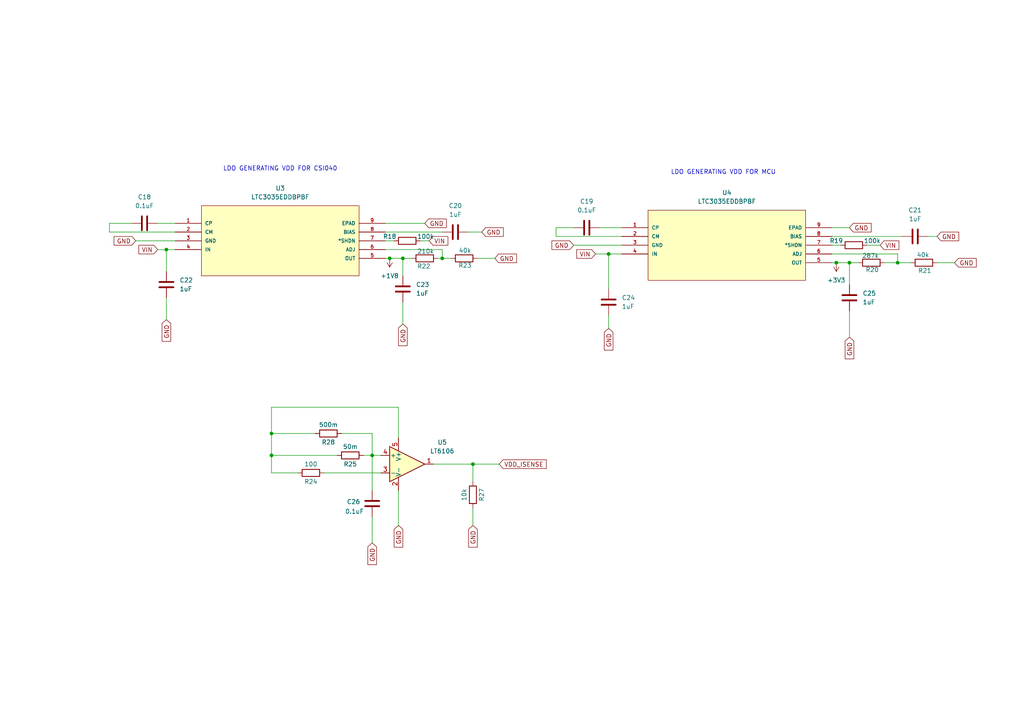
<source format=kicad_sch>
(kicad_sch (version 20231120) (generator "eeschema") (generator_version "8.0")
  (paper "A4")
  (lib_symbols
    (symbol "Amplifier_Current:LT6106" (pin_names (offset 0.127))
      (property "Reference" "U" (at 1.27 5.08 0))
      (property "Value" "LT6106" (at 0 -5.08 0))
      (symbol "LT6106_0_1"
        (polyline (pts (xy -5.08 5.08) (xy 5.08 0) (xy -5.08 -5.08) (xy -5.08 5.08)) (stroke (width 0.254)) (fill (type background)))
      )
      (symbol "LT6106_1_1"
        (pin open_collector line (at 7.62 0 180) (length 2.54) (name "~") (number "1"))
        (pin power_in line (at -2.54 -7.62 90) (length 3.81) (name "V-") (number "2"))
        (pin input line (at -7.62 -2.54 0) (length 2.54) (name "-") (number "3"))
        (pin input line (at -7.62 2.54 0) (length 2.54) (name "+") (number "4"))
        (pin power_in line (at -2.54 7.62 270) (length 3.81) (name "V+") (number "5"))
      )
    )
    (symbol "Device:C" (pin_numbers hide) (pin_names (offset 0.254))
      (property "Reference" "C" (at 0.635 2.54 0))
      (property "Value" "C" (at 0.635 -2.54 0))
      (symbol "C_0_1"
        (polyline (pts (xy -2.032 -0.762) (xy 2.032 -0.762)) (stroke (width 0.508)))
        (polyline (pts (xy -2.032 0.762) (xy 2.032 0.762)) (stroke (width 0.508)))
      )
      (symbol "C_1_1"
        (pin passive line (at 0 3.81 270) (length 2.794) (name "~") (number "1"))
        (pin passive line (at 0 -3.81 90) (length 2.794) (name "~") (number "2"))
      )
    )
    (symbol "Device:R" (pin_numbers hide) (pin_names (offset 0))
      (property "Reference" "R" (at 2.032 0 90))
      (property "Value" "R" (at 0 0 90))
      (symbol "R_0_1"
        (rectangle (start -1.016 -2.54) (end 1.016 2.54) (stroke (width 0.254)))
      )
      (symbol "R_1_1"
        (pin passive line (at 0 3.81 270) (length 1.27) (name "~") (number "1"))
        (pin passive line (at 0 -3.81 90) (length 1.27) (name "~") (number "2"))
      )
    )
    (symbol "LTC3035EDDBPBF:LTC3035EDDBPBF" (pin_names (offset 1.016))
      (property "Reference" "U" (at 25.7556 9.1186 0))
      (property "Value" "LTC3035EDDBPBF" (at 25.1206 6.5786 0))
      (symbol "LTC3035EDDBPBF_0_0"
        (rectangle (start 7.62 -15.24) (end 53.34 5.08) (stroke (width 0.1524)) (fill (type background)))
        (pin passive line (at 0 0 0) (length 7.62) (name "CP") (number "1"))
        (pin passive line (at 0 -2.54 0) (length 7.62) (name "CM") (number "2"))
        (pin power_in line (at 0 -5.08 0) (length 7.62) (name "GND") (number "3"))
        (pin input line (at 0 -7.62 0) (length 7.62) (name "IN") (number "4"))
        (pin output line (at 60.96 -10.16 180) (length 7.62) (name "OUT") (number "5"))
        (pin input line (at 60.96 -7.62 180) (length 7.62) (name "ADJ") (number "6"))
        (pin input line (at 60.96 -5.08 180) (length 7.62) (name "*SHDN") (number "7"))
        (pin output line (at 60.96 -2.54 180) (length 7.62) (name "BIAS") (number "8"))
        (pin passive line (at 60.96 0 180) (length 7.62) (name "EPAD") (number "9"))
      )
    )
    (symbol "power:+1V8" (power) (pin_numbers hide) (pin_names (offset 0) hide)
      (property "Value" "+1V8" (at 0 3.556 0))
      (symbol "+1V8_0_1"
        (polyline (pts (xy -0.762 1.27) (xy 0 2.54)))
        (polyline (pts (xy 0 0) (xy 0 2.54)))
        (polyline (pts (xy 0 2.54) (xy 0.762 1.27)))
      )
      (symbol "+1V8_1_1"
        (pin power_in line (at 0 0 90) (length 0) (name "~") (number "1"))
      )
    )
    (symbol "power:+3V3" (power) (pin_numbers hide) (pin_names (offset 0) hide)
      (property "Value" "+3V3" (at 0 3.556 0))
      (symbol "+3V3_0_1"
        (polyline (pts (xy -0.762 1.27) (xy 0 2.54)))
        (polyline (pts (xy 0 0) (xy 0 2.54)))
        (polyline (pts (xy 0 2.54) (xy 0.762 1.27)))
      )
      (symbol "+3V3_1_1"
        (pin power_in line (at 0 0 90) (length 0) (name "~") (number "1"))
      )
    )
  )
  (junction (at 78.74 132.08))
  (junction (at 128.27 74.93))
  (junction (at 137.16 134.62))
  (junction (at 116.84 74.93))
  (junction (at 246.38 76.2))
  (junction (at 107.95 132.08))
  (junction (at 78.74 125.73))
  (junction (at 242.57 76.2))
  (junction (at 176.53 73.66))
  (junction (at 113.03 74.93))
  (junction (at 260.35 76.2))
  (junction (at 48.26 72.39))
  (wire (pts (xy 113.03 74.93) (xy 111.76 74.93)))
  (wire (pts (xy 172.72 73.66) (xy 176.53 73.66)))
  (wire (pts (xy 45.72 72.39) (xy 48.26 72.39)))
  (wire (pts (xy 242.57 76.2) (xy 246.38 76.2)))
  (wire (pts (xy 78.74 118.11) (xy 78.74 125.73)))
  (wire (pts (xy 251.46 71.12) (xy 255.27 71.12)))
  (wire (pts (xy 166.37 66.04) (xy 161.29 66.04)))
  (wire (pts (xy 256.54 76.2) (xy 260.35 76.2)))
  (wire (pts (xy 107.95 149.86) (xy 107.95 157.48)))
  (wire (pts (xy 260.35 73.66) (xy 260.35 76.2)))
  (wire (pts (xy 241.3 76.2) (xy 242.57 76.2)))
  (wire (pts (xy 78.74 132.08) (xy 78.74 125.73)))
  (wire (pts (xy 111.76 72.39) (xy 128.27 72.39)))
  (wire (pts (xy 48.26 72.39) (xy 48.26 78.74)))
  (wire (pts (xy 246.38 90.17) (xy 246.38 97.79)))
  (wire (pts (xy 116.84 74.93) (xy 116.84 80.01)))
  (wire (pts (xy 38.1 64.77) (xy 31.75 64.77)))
  (wire (pts (xy 116.84 87.63) (xy 116.84 93.98)))
  (wire (pts (xy 176.53 73.66) (xy 180.34 73.66)))
  (wire (pts (xy 116.84 74.93) (xy 119.38 74.93)))
  (wire (pts (xy 271.78 76.2) (xy 276.86 76.2)))
  (wire (pts (xy 115.57 118.11) (xy 115.57 127)))
  (wire (pts (xy 78.74 137.16) (xy 78.74 132.08)))
  (wire (pts (xy 269.24 68.58) (xy 271.78 68.58)))
  (wire (pts (xy 241.3 68.58) (xy 261.62 68.58)))
  (wire (pts (xy 241.3 66.04) (xy 246.38 66.04)))
  (wire (pts (xy 173.99 66.04) (xy 180.34 66.04)))
  (wire (pts (xy 125.73 134.62) (xy 137.16 134.62)))
  (wire (pts (xy 93.98 137.16) (xy 110.49 137.16)))
  (wire (pts (xy 86.36 137.16) (xy 78.74 137.16)))
  (wire (pts (xy 128.27 74.93) (xy 130.81 74.93)))
  (wire (pts (xy 45.72 64.77) (xy 50.8 64.77)))
  (wire (pts (xy 241.3 73.66) (xy 260.35 73.66)))
  (wire (pts (xy 260.35 76.2) (xy 264.16 76.2)))
  (wire (pts (xy 107.95 132.08) (xy 107.95 142.24)))
  (wire (pts (xy 78.74 125.73) (xy 91.44 125.73)))
  (wire (pts (xy 166.37 71.12) (xy 180.34 71.12)))
  (wire (pts (xy 161.29 68.58) (xy 180.34 68.58)))
  (wire (pts (xy 176.53 91.44) (xy 176.53 95.25)))
  (wire (pts (xy 48.26 86.36) (xy 48.26 92.71)))
  (wire (pts (xy 31.75 64.77) (xy 31.75 67.31)))
  (wire (pts (xy 111.76 67.31) (xy 128.27 67.31)))
  (wire (pts (xy 241.3 71.12) (xy 243.84 71.12)))
  (wire (pts (xy 115.57 142.24) (xy 115.57 152.4)))
  (wire (pts (xy 111.76 64.77) (xy 123.19 64.77)))
  (wire (pts (xy 121.92 69.85) (xy 124.46 69.85)))
  (wire (pts (xy 161.29 66.04) (xy 161.29 68.58)))
  (wire (pts (xy 137.16 134.62) (xy 144.78 134.62)))
  (wire (pts (xy 107.95 132.08) (xy 110.49 132.08)))
  (wire (pts (xy 176.53 83.82) (xy 176.53 73.66)))
  (wire (pts (xy 39.37 69.85) (xy 50.8 69.85)))
  (wire (pts (xy 138.43 74.93) (xy 143.51 74.93)))
  (wire (pts (xy 48.26 72.39) (xy 50.8 72.39)))
  (wire (pts (xy 99.06 125.73) (xy 107.95 125.73)))
  (wire (pts (xy 137.16 134.62) (xy 137.16 139.7)))
  (wire (pts (xy 128.27 72.39) (xy 128.27 74.93)))
  (wire (pts (xy 135.89 67.31) (xy 139.7 67.31)))
  (wire (pts (xy 107.95 125.73) (xy 107.95 132.08)))
  (wire (pts (xy 78.74 132.08) (xy 97.79 132.08)))
  (wire (pts (xy 31.75 67.31) (xy 50.8 67.31)))
  (wire (pts (xy 113.03 74.93) (xy 116.84 74.93)))
  (wire (pts (xy 127 74.93) (xy 128.27 74.93)))
  (wire (pts (xy 137.16 147.32) (xy 137.16 152.4)))
  (wire (pts (xy 246.38 76.2) (xy 248.92 76.2)))
  (wire (pts (xy 111.76 69.85) (xy 114.3 69.85)))
  (wire (pts (xy 78.74 118.11) (xy 115.57 118.11)))
  (wire (pts (xy 105.41 132.08) (xy 107.95 132.08)))
  (wire (pts (xy 246.38 76.2) (xy 246.38 82.55)))
  (text "LDO GENERATING VDD FOR MCU" (at 209.804 50.038 0) (effects (font (size 1.27 1.27))))
  (text "LDO GENERATING VDD FOR CSI040" (at 81.28 49.022 0) (effects (font (size 1.27 1.27))))
  (global_label "VIN" (shape input) (at 255.27 71.12 0) (property "Intersheetrefs" "${INTERSHEET_REFS}" (effects (hide yes))))
  (global_label "GND" (shape input) (at 48.26 92.71 270) (property "Intersheetrefs" "${INTERSHEET_REFS}" (effects (hide yes))))
  (global_label "GND" (shape input) (at 276.86 76.2 0) (property "Intersheetrefs" "${INTERSHEET_REFS}" (effects (hide yes))))
  (global_label "GND" (shape input) (at 143.51 74.93 0) (property "Intersheetrefs" "${INTERSHEET_REFS}" (effects (hide yes))))
  (global_label "GND" (shape input) (at 115.57 152.4 270) (property "Intersheetrefs" "${INTERSHEET_REFS}" (effects (hide yes))))
  (global_label "GND" (shape input) (at 116.84 93.98 270) (property "Intersheetrefs" "${INTERSHEET_REFS}" (effects (hide yes))))
  (global_label "GND" (shape input) (at 139.7 67.31 0) (property "Intersheetrefs" "${INTERSHEET_REFS}" (effects (hide yes))))
  (global_label "GND" (shape input) (at 107.95 157.48 270) (property "Intersheetrefs" "${INTERSHEET_REFS}" (effects (hide yes))))
  (global_label "GND" (shape input) (at 166.37 71.12 180) (property "Intersheetrefs" "${INTERSHEET_REFS}" (effects (hide yes))))
  (global_label "GND" (shape input) (at 246.38 97.79 270) (property "Intersheetrefs" "${INTERSHEET_REFS}" (effects (hide yes))))
  (global_label "VIN" (shape input) (at 45.72 72.39 180) (property "Intersheetrefs" "${INTERSHEET_REFS}" (effects (hide yes))))
  (global_label "VIN" (shape input) (at 124.46 69.85 0) (property "Intersheetrefs" "${INTERSHEET_REFS}" (effects (hide yes))))
  (global_label "GND" (shape input) (at 246.38 66.04 0) (property "Intersheetrefs" "${INTERSHEET_REFS}" (effects (hide yes))))
  (global_label "VIN" (shape input) (at 172.72 73.66 180) (property "Intersheetrefs" "${INTERSHEET_REFS}" (effects (hide yes))))
  (global_label "GND" (shape input) (at 176.53 95.25 270) (property "Intersheetrefs" "${INTERSHEET_REFS}" (effects (hide yes))))
  (global_label "GND" (shape input) (at 123.19 64.77 0) (property "Intersheetrefs" "${INTERSHEET_REFS}" (effects (hide yes))))
  (global_label "GND" (shape input) (at 137.16 152.4 270) (property "Intersheetrefs" "${INTERSHEET_REFS}" (effects (hide yes))))
  (global_label "GND" (shape input) (at 271.78 68.58 0) (property "Intersheetrefs" "${INTERSHEET_REFS}" (effects (hide yes))))
  (global_label "VDD_ISENSE" (shape input) (at 144.78 134.62 0) (property "Intersheetrefs" "${INTERSHEET_REFS}" (effects (hide yes))))
  (global_label "GND" (shape input) (at 39.37 69.85 180) (property "Intersheetrefs" "${INTERSHEET_REFS}" (effects (hide yes))))
  (symbol (lib_id "power:+1V8") (at 113.03 74.93 180) (unit 1)
    (property "Reference" "#PWR01" (effects (hide yes)))
    (property "Value" "+1V8" (at 113.03 80.01 0))
    (property "Description" "Power symbol creates a global label with name \"+1V8\"" (effects (hide yes)))
  )
  (symbol (lib_id "Device:C") (at 170.18 66.04 90) (unit 1)
    (property "Reference" "C19" (at 170.18 58.42 90))
    (property "Value" "0.1uF" (at 170.18 60.96 90))
    (property "Description" "Unpolarized capacitor" (effects (hide yes)))
  )
  (symbol (lib_id "Device:C") (at 41.91 64.77 90) (unit 1)
    (property "Reference" "C18" (at 41.91 57.15 90))
    (property "Value" "0.1uF" (at 41.91 59.69 90))
    (property "Description" "Unpolarized capacitor" (effects (hide yes)))
  )
  (symbol (lib_id "Device:C") (at 265.43 68.58 90) (unit 1)
    (property "Reference" "C21" (at 265.43 60.96 90))
    (property "Value" "1uF" (at 265.43 63.5 90))
    (property "Description" "Unpolarized capacitor" (effects (hide yes)))
  )
  (symbol (lib_id "Device:C") (at 246.38 86.36 0) (unit 1)
    (property "Reference" "C25" (at 250.19 85.0899 0) (effects (justify left)))
    (property "Value" "1uF" (at 250.19 87.6299 0) (effects (justify left)))
    (property "Description" "Unpolarized capacitor" (effects (hide yes)))
  )
  (symbol (lib_id "Device:R") (at 95.25 125.73 90) (unit 1)
    (property "Reference" "R28" (at 95.25 128.27 90))
    (property "Value" "500m" (at 95.25 123.19 90))
    (property "Description" "Resistor" (effects (hide yes)))
  )
  (symbol (lib_id "Device:C") (at 107.95 146.05 0) (unit 1)
    (property "Reference" "C26" (at 100.584 145.542 0) (effects (justify left)))
    (property "Value" "0.1uF" (at 100.076 148.336 0) (effects (justify left)))
    (property "Description" "Unpolarized capacitor" (effects (hide yes)))
  )
  (symbol (lib_id "Amplifier_Current:LT6106") (at 118.11 134.62 0) (unit 1)
    (property "Reference" "U5" (at 128.27 128.3014 0))
    (property "Value" "LT6106" (at 128.27 130.8414 0))
    (property "Footprint" "Package_TO_SOT_SMD:SOT-23-5" (effects (hide yes)))
    (property "Datasheet" "https://www.analog.com/media/en/technical-documentation/data-sheets/6106fb.pdf" (effects (hide yes)))
    (property "Description" "36V Low Cost, High Side Current Sense, SOT-23-5" (effects (hide yes)))
  )
  (symbol (lib_id "Device:R") (at 134.62 74.93 90) (unit 1)
    (property "Reference" "R23" (at 134.874 76.962 90))
    (property "Value" "40k" (at 134.874 72.644 90))
    (property "Description" "Resistor" (effects (hide yes)))
  )
  (symbol (lib_id "Device:R") (at 252.73 76.2 90) (unit 1)
    (property "Reference" "R20" (at 252.984 78.232 90))
    (property "Value" "287k" (at 252.476 74.168 90))
    (property "Description" "Resistor" (effects (hide yes)))
  )
  (symbol (lib_id "Device:R") (at 90.17 137.16 90) (unit 1)
    (property "Reference" "R24" (at 90.17 139.7 90))
    (property "Value" "100" (at 90.17 134.62 90))
    (property "Description" "Resistor" (effects (hide yes)))
  )
  (symbol (lib_id "Device:R") (at 123.19 74.93 90) (unit 1)
    (property "Reference" "R22" (at 122.936 77.216 90))
    (property "Value" "210k" (at 123.444 72.898 90))
    (property "Description" "Resistor" (effects (hide yes)))
  )
  (symbol (lib_id "Device:R") (at 267.97 76.2 90) (unit 1)
    (property "Reference" "R21" (at 268.224 78.486 90))
    (property "Value" "40k" (at 267.716 73.914 90))
    (property "Description" "Resistor" (effects (hide yes)))
  )
  (symbol (lib_id "LTC3035EDDBPBF:LTC3035EDDBPBF") (at 50.8 64.77 0) (unit 1)
    (property "Reference" "U3" (at 81.28 54.61 0))
    (property "Value" "LTC3035EDDBPBF" (at 81.28 57.15 0))
    (property "Footprint" "LTC3035EDDBPBF:DFN-8_DDB" (effects (hide yes)))
    (property "MF" "Analog Devices" (effects (hide yes)))
    (property "VENDOR" "Linear Technology" (effects (hide yes)))
    (property "Description_1" "\n                        \n                            LTC3035 - 300mA VLDO Linear Regulator with Charge Pump Bias Generator\n                        \n" (effects (hide yes)))
    (property "Package" "DFN-8 Linear Technology" (effects (hide yes)))
    (property "Price" "None" (effects (hide yes)))
    (property "Check_prices" "https://www.snapeda.com/parts/LTC3035EDDB%23PBF/Analog+Devices/view-part/?ref=eda" (effects (hide yes)))
    (property "SnapEDA_Link" "https://www.snapeda.com/parts/LTC3035EDDB%23PBF/Analog+Devices/view-part/?ref=snap" (effects (hide yes)))
    (property "MP" "LTC3035EDDB#PBF" (effects (hide yes)))
    (property "Availability" "In Stock" (effects (hide yes)))
    (property "MANUFACTURER_PART_NUMBER" "ltc3035eddb#pbf" (effects (hide yes)))
  )
  (symbol (lib_id "Device:R") (at 101.6 132.08 90) (unit 1)
    (property "Reference" "R25" (at 101.6 134.62 90))
    (property "Value" "50m" (at 101.6 129.54 90))
    (property "Description" "Resistor" (effects (hide yes)))
  )
  (symbol (lib_id "Device:C") (at 116.84 83.82 0) (unit 1)
    (property "Reference" "C23" (at 120.65 82.5499 0) (effects (justify left)))
    (property "Value" "1uF" (at 120.65 85.0899 0) (effects (justify left)))
    (property "Description" "Unpolarized capacitor" (effects (hide yes)))
  )
  (symbol (lib_id "Device:R") (at 118.11 69.85 90) (unit 1)
    (property "Reference" "R18" (at 113.03 68.58 90))
    (property "Value" "100k" (at 123.444 68.58 90))
    (property "Description" "Resistor" (effects (hide yes)))
  )
  (symbol (lib_id "Device:R") (at 247.65 71.12 90) (unit 1)
    (property "Reference" "R19" (at 242.57 69.85 90))
    (property "Value" "100k" (at 252.984 69.85 90))
    (property "Description" "Resistor" (effects (hide yes)))
  )
  (symbol (lib_id "Device:C") (at 176.53 87.63 0) (unit 1)
    (property "Reference" "C24" (at 180.34 86.3599 0) (effects (justify left)))
    (property "Value" "1uF" (at 180.34 88.8999 0) (effects (justify left)))
    (property "Description" "Unpolarized capacitor" (effects (hide yes)))
  )
  (symbol (lib_id "Device:C") (at 132.08 67.31 90) (unit 1)
    (property "Reference" "C20" (at 132.08 59.69 90))
    (property "Value" "1uF" (at 132.08 62.23 90))
    (property "Description" "Unpolarized capacitor" (effects (hide yes)))
  )
  (symbol (lib_id "Device:R") (at 137.16 143.51 180) (unit 1)
    (property "Reference" "R27" (at 139.7 143.51 90))
    (property "Value" "10k" (at 134.62 143.51 90))
    (property "Description" "Resistor" (effects (hide yes)))
  )
  (symbol (lib_id "Device:C") (at 48.26 82.55 0) (unit 1)
    (property "Reference" "C22" (at 52.07 81.2799 0) (effects (justify left)))
    (property "Value" "1uF" (at 52.07 83.8199 0) (effects (justify left)))
    (property "Description" "Unpolarized capacitor" (effects (hide yes)))
  )
  (symbol (lib_id "power:+3V3") (at 242.57 76.2 180) (unit 1)
    (property "Reference" "#PWR02" (effects (hide yes)))
    (property "Value" "+3V3" (at 242.57 81.28 0))
    (property "Description" "Power symbol creates a global label with name \"+3V3\"" (effects (hide yes)))
  )
  (symbol (lib_id "LTC3035EDDBPBF:LTC3035EDDBPBF") (at 180.34 66.04 0) (unit 1)
    (property "Reference" "U4" (at 210.82 55.88 0))
    (property "Value" "LTC3035EDDBPBF" (at 210.82 58.42 0))
    (property "Footprint" "LTC3035EDDBPBF:DFN-8_DDB" (effects (hide yes)))
    (property "MF" "Analog Devices" (effects (hide yes)))
    (property "VENDOR" "Linear Technology" (effects (hide yes)))
    (property "Description_1" "\n                        \n                            LTC3035 - 300mA VLDO Linear Regulator with Charge Pump Bias Generator\n                        \n" (effects (hide yes)))
    (property "Package" "DFN-8 Linear Technology" (effects (hide yes)))
    (property "Price" "None" (effects (hide yes)))
    (property "Check_prices" "https://www.snapeda.com/parts/LTC3035EDDB%23PBF/Analog+Devices/view-part/?ref=eda" (effects (hide yes)))
    (property "SnapEDA_Link" "https://www.snapeda.com/parts/LTC3035EDDB%23PBF/Analog+Devices/view-part/?ref=snap" (effects (hide yes)))
    (property "MP" "LTC3035EDDB#PBF" (effects (hide yes)))
    (property "Availability" "In Stock" (effects (hide yes)))
    (property "MANUFACTURER_PART_NUMBER" "ltc3035eddb#pbf" (effects (hide yes)))
  )
)
</source>
